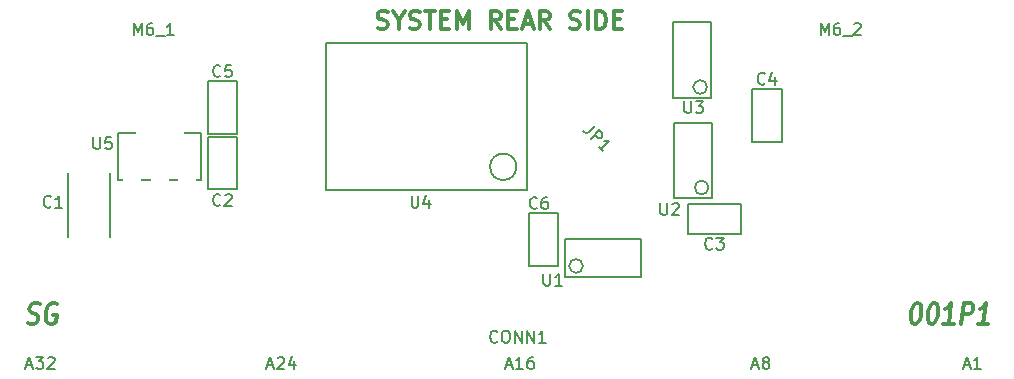
<source format=gto>
G04 #@! TF.FileFunction,Legend,Top*
%FSLAX46Y46*%
G04 Gerber Fmt 4.6, Leading zero omitted, Abs format (unit mm)*
G04 Created by KiCad (PCBNEW 4.0.7) date 07/02/21 11:45:22*
%MOMM*%
%LPD*%
G01*
G04 APERTURE LIST*
%ADD10C,0.200000*%
%ADD11C,0.300000*%
%ADD12C,0.150000*%
%ADD13R,3.200000X2.600000*%
%ADD14R,1.700000X1.600000*%
%ADD15R,1.600000X1.700000*%
%ADD16R,1.800000X6.200000*%
%ADD17R,0.450000X2.000000*%
%ADD18R,2.000000X0.450000*%
%ADD19O,2.400000X0.403200*%
%ADD20R,1.500000X2.700000*%
%ADD21R,4.050000X2.800000*%
%ADD22C,6.300000*%
%ADD23C,0.254000*%
G04 APERTURE END LIST*
D10*
D11*
X76574679Y-26086286D02*
X76717536Y-26086286D01*
X76849679Y-26172000D01*
X76910394Y-26257714D01*
X76960394Y-26429143D01*
X76988965Y-26772000D01*
X76935394Y-27200571D01*
X76821108Y-27543429D01*
X76728251Y-27714857D01*
X76646108Y-27800571D01*
X76492536Y-27886286D01*
X76349679Y-27886286D01*
X76217537Y-27800571D01*
X76156822Y-27714857D01*
X76106822Y-27543429D01*
X76078251Y-27200571D01*
X76131822Y-26772000D01*
X76246108Y-26429143D01*
X76338965Y-26257714D01*
X76421108Y-26172000D01*
X76574679Y-26086286D01*
X78003250Y-26086286D02*
X78146107Y-26086286D01*
X78278250Y-26172000D01*
X78338965Y-26257714D01*
X78388965Y-26429143D01*
X78417536Y-26772000D01*
X78363965Y-27200571D01*
X78249679Y-27543429D01*
X78156822Y-27714857D01*
X78074679Y-27800571D01*
X77921107Y-27886286D01*
X77778250Y-27886286D01*
X77646108Y-27800571D01*
X77585393Y-27714857D01*
X77535393Y-27543429D01*
X77506822Y-27200571D01*
X77560393Y-26772000D01*
X77674679Y-26429143D01*
X77767536Y-26257714D01*
X77849679Y-26172000D01*
X78003250Y-26086286D01*
X79706821Y-27886286D02*
X78849678Y-27886286D01*
X79278250Y-27886286D02*
X79503250Y-26086286D01*
X79328250Y-26343429D01*
X79163964Y-26514857D01*
X79010393Y-26600571D01*
X80349678Y-27886286D02*
X80574678Y-26086286D01*
X81146106Y-26086286D01*
X81278250Y-26172000D01*
X81338964Y-26257714D01*
X81388964Y-26429143D01*
X81356821Y-26686286D01*
X81263964Y-26857714D01*
X81181821Y-26943429D01*
X81028249Y-27029143D01*
X80456821Y-27029143D01*
X82635392Y-27886286D02*
X81778249Y-27886286D01*
X82206821Y-27886286D02*
X82431821Y-26086286D01*
X82256821Y-26343429D01*
X82092535Y-26514857D01*
X81938964Y-26600571D01*
X1311108Y-27800571D02*
X1514679Y-27886286D01*
X1871822Y-27886286D01*
X2025394Y-27800571D01*
X2107537Y-27714857D01*
X2200393Y-27543429D01*
X2221822Y-27372000D01*
X2171823Y-27200571D01*
X2111108Y-27114857D01*
X1978965Y-27029143D01*
X1703965Y-26943429D01*
X1571822Y-26857714D01*
X1511108Y-26772000D01*
X1461108Y-26600571D01*
X1482536Y-26429143D01*
X1575394Y-26257714D01*
X1657536Y-26172000D01*
X1811108Y-26086286D01*
X2168250Y-26086286D01*
X2371822Y-26172000D01*
X3800393Y-26172000D02*
X3668250Y-26086286D01*
X3453964Y-26086286D01*
X3228965Y-26172000D01*
X3064678Y-26343429D01*
X2971822Y-26514857D01*
X2857536Y-26857714D01*
X2825393Y-27114857D01*
X2853965Y-27457714D01*
X2903964Y-27629143D01*
X3025394Y-27800571D01*
X3228964Y-27886286D01*
X3371821Y-27886286D01*
X3596822Y-27800571D01*
X3678965Y-27714857D01*
X3753965Y-27114857D01*
X3468250Y-27114857D01*
D10*
X1209524Y-31366667D02*
X1685715Y-31366667D01*
X1114286Y-31652381D02*
X1447619Y-30652381D01*
X1780953Y-31652381D01*
X2019048Y-30652381D02*
X2638096Y-30652381D01*
X2304762Y-31033333D01*
X2447620Y-31033333D01*
X2542858Y-31080952D01*
X2590477Y-31128571D01*
X2638096Y-31223810D01*
X2638096Y-31461905D01*
X2590477Y-31557143D01*
X2542858Y-31604762D01*
X2447620Y-31652381D01*
X2161905Y-31652381D01*
X2066667Y-31604762D01*
X2019048Y-31557143D01*
X3019048Y-30747619D02*
X3066667Y-30700000D01*
X3161905Y-30652381D01*
X3400001Y-30652381D01*
X3495239Y-30700000D01*
X3542858Y-30747619D01*
X3590477Y-30842857D01*
X3590477Y-30938095D01*
X3542858Y-31080952D01*
X2971429Y-31652381D01*
X3590477Y-31652381D01*
X21609524Y-31366667D02*
X22085715Y-31366667D01*
X21514286Y-31652381D02*
X21847619Y-30652381D01*
X22180953Y-31652381D01*
X22466667Y-30747619D02*
X22514286Y-30700000D01*
X22609524Y-30652381D01*
X22847620Y-30652381D01*
X22942858Y-30700000D01*
X22990477Y-30747619D01*
X23038096Y-30842857D01*
X23038096Y-30938095D01*
X22990477Y-31080952D01*
X22419048Y-31652381D01*
X23038096Y-31652381D01*
X23895239Y-30985714D02*
X23895239Y-31652381D01*
X23657143Y-30604762D02*
X23419048Y-31319048D01*
X24038096Y-31319048D01*
X41809524Y-31366667D02*
X42285715Y-31366667D01*
X41714286Y-31652381D02*
X42047619Y-30652381D01*
X42380953Y-31652381D01*
X43238096Y-31652381D02*
X42666667Y-31652381D01*
X42952381Y-31652381D02*
X42952381Y-30652381D01*
X42857143Y-30795238D01*
X42761905Y-30890476D01*
X42666667Y-30938095D01*
X44095239Y-30652381D02*
X43904762Y-30652381D01*
X43809524Y-30700000D01*
X43761905Y-30747619D01*
X43666667Y-30890476D01*
X43619048Y-31080952D01*
X43619048Y-31461905D01*
X43666667Y-31557143D01*
X43714286Y-31604762D01*
X43809524Y-31652381D01*
X44000001Y-31652381D01*
X44095239Y-31604762D01*
X44142858Y-31557143D01*
X44190477Y-31461905D01*
X44190477Y-31223810D01*
X44142858Y-31128571D01*
X44095239Y-31080952D01*
X44000001Y-31033333D01*
X43809524Y-31033333D01*
X43714286Y-31080952D01*
X43666667Y-31128571D01*
X43619048Y-31223810D01*
X62685714Y-31366667D02*
X63161905Y-31366667D01*
X62590476Y-31652381D02*
X62923809Y-30652381D01*
X63257143Y-31652381D01*
X63733333Y-31080952D02*
X63638095Y-31033333D01*
X63590476Y-30985714D01*
X63542857Y-30890476D01*
X63542857Y-30842857D01*
X63590476Y-30747619D01*
X63638095Y-30700000D01*
X63733333Y-30652381D01*
X63923810Y-30652381D01*
X64019048Y-30700000D01*
X64066667Y-30747619D01*
X64114286Y-30842857D01*
X64114286Y-30890476D01*
X64066667Y-30985714D01*
X64019048Y-31033333D01*
X63923810Y-31080952D01*
X63733333Y-31080952D01*
X63638095Y-31128571D01*
X63590476Y-31176190D01*
X63542857Y-31271429D01*
X63542857Y-31461905D01*
X63590476Y-31557143D01*
X63638095Y-31604762D01*
X63733333Y-31652381D01*
X63923810Y-31652381D01*
X64019048Y-31604762D01*
X64066667Y-31557143D01*
X64114286Y-31461905D01*
X64114286Y-31271429D01*
X64066667Y-31176190D01*
X64019048Y-31128571D01*
X63923810Y-31080952D01*
X80585714Y-31366667D02*
X81061905Y-31366667D01*
X80490476Y-31652381D02*
X80823809Y-30652381D01*
X81157143Y-31652381D01*
X82014286Y-31652381D02*
X81442857Y-31652381D01*
X81728571Y-31652381D02*
X81728571Y-30652381D01*
X81633333Y-30795238D01*
X81538095Y-30890476D01*
X81442857Y-30938095D01*
D11*
X30939858Y-2787143D02*
X31154144Y-2858571D01*
X31511287Y-2858571D01*
X31654144Y-2787143D01*
X31725573Y-2715714D01*
X31797001Y-2572857D01*
X31797001Y-2430000D01*
X31725573Y-2287143D01*
X31654144Y-2215714D01*
X31511287Y-2144286D01*
X31225573Y-2072857D01*
X31082715Y-2001429D01*
X31011287Y-1930000D01*
X30939858Y-1787143D01*
X30939858Y-1644286D01*
X31011287Y-1501429D01*
X31082715Y-1430000D01*
X31225573Y-1358571D01*
X31582715Y-1358571D01*
X31797001Y-1430000D01*
X32725572Y-2144286D02*
X32725572Y-2858571D01*
X32225572Y-1358571D02*
X32725572Y-2144286D01*
X33225572Y-1358571D01*
X33654143Y-2787143D02*
X33868429Y-2858571D01*
X34225572Y-2858571D01*
X34368429Y-2787143D01*
X34439858Y-2715714D01*
X34511286Y-2572857D01*
X34511286Y-2430000D01*
X34439858Y-2287143D01*
X34368429Y-2215714D01*
X34225572Y-2144286D01*
X33939858Y-2072857D01*
X33797000Y-2001429D01*
X33725572Y-1930000D01*
X33654143Y-1787143D01*
X33654143Y-1644286D01*
X33725572Y-1501429D01*
X33797000Y-1430000D01*
X33939858Y-1358571D01*
X34297000Y-1358571D01*
X34511286Y-1430000D01*
X34939857Y-1358571D02*
X35797000Y-1358571D01*
X35368429Y-2858571D02*
X35368429Y-1358571D01*
X36297000Y-2072857D02*
X36797000Y-2072857D01*
X37011286Y-2858571D02*
X36297000Y-2858571D01*
X36297000Y-1358571D01*
X37011286Y-1358571D01*
X37654143Y-2858571D02*
X37654143Y-1358571D01*
X38154143Y-2430000D01*
X38654143Y-1358571D01*
X38654143Y-2858571D01*
X41368429Y-2858571D02*
X40868429Y-2144286D01*
X40511286Y-2858571D02*
X40511286Y-1358571D01*
X41082714Y-1358571D01*
X41225572Y-1430000D01*
X41297000Y-1501429D01*
X41368429Y-1644286D01*
X41368429Y-1858571D01*
X41297000Y-2001429D01*
X41225572Y-2072857D01*
X41082714Y-2144286D01*
X40511286Y-2144286D01*
X42011286Y-2072857D02*
X42511286Y-2072857D01*
X42725572Y-2858571D02*
X42011286Y-2858571D01*
X42011286Y-1358571D01*
X42725572Y-1358571D01*
X43297000Y-2430000D02*
X44011286Y-2430000D01*
X43154143Y-2858571D02*
X43654143Y-1358571D01*
X44154143Y-2858571D01*
X45511286Y-2858571D02*
X45011286Y-2144286D01*
X44654143Y-2858571D02*
X44654143Y-1358571D01*
X45225571Y-1358571D01*
X45368429Y-1430000D01*
X45439857Y-1501429D01*
X45511286Y-1644286D01*
X45511286Y-1858571D01*
X45439857Y-2001429D01*
X45368429Y-2072857D01*
X45225571Y-2144286D01*
X44654143Y-2144286D01*
X47225571Y-2787143D02*
X47439857Y-2858571D01*
X47797000Y-2858571D01*
X47939857Y-2787143D01*
X48011286Y-2715714D01*
X48082714Y-2572857D01*
X48082714Y-2430000D01*
X48011286Y-2287143D01*
X47939857Y-2215714D01*
X47797000Y-2144286D01*
X47511286Y-2072857D01*
X47368428Y-2001429D01*
X47297000Y-1930000D01*
X47225571Y-1787143D01*
X47225571Y-1644286D01*
X47297000Y-1501429D01*
X47368428Y-1430000D01*
X47511286Y-1358571D01*
X47868428Y-1358571D01*
X48082714Y-1430000D01*
X48725571Y-2858571D02*
X48725571Y-1358571D01*
X49439857Y-2858571D02*
X49439857Y-1358571D01*
X49797000Y-1358571D01*
X50011285Y-1430000D01*
X50154143Y-1572857D01*
X50225571Y-1715714D01*
X50297000Y-2001429D01*
X50297000Y-2215714D01*
X50225571Y-2501429D01*
X50154143Y-2644286D01*
X50011285Y-2787143D01*
X49797000Y-2858571D01*
X49439857Y-2858571D01*
X50939857Y-2072857D02*
X51439857Y-2072857D01*
X51654143Y-2858571D02*
X50939857Y-2858571D01*
X50939857Y-1358571D01*
X51654143Y-1358571D01*
D12*
X8299000Y-20468000D02*
X8299000Y-15068000D01*
X4699000Y-20468000D02*
X4699000Y-15068000D01*
X16544700Y-16467500D02*
X16544700Y-12009800D01*
X16544700Y-12009800D02*
X19059300Y-12009800D01*
X19059300Y-12009800D02*
X19059300Y-16467500D01*
X19059300Y-16467500D02*
X16544700Y-16467500D01*
X61680500Y-20201300D02*
X57222800Y-20201300D01*
X57222800Y-20201300D02*
X57222800Y-17686700D01*
X57222800Y-17686700D02*
X61680500Y-17686700D01*
X61680500Y-17686700D02*
X61680500Y-20201300D01*
X65160300Y-7958500D02*
X65160300Y-12416200D01*
X65160300Y-12416200D02*
X62645700Y-12416200D01*
X62645700Y-12416200D02*
X62645700Y-7958500D01*
X62645700Y-7958500D02*
X65160300Y-7958500D01*
X16544700Y-11768500D02*
X16544700Y-7310800D01*
X16544700Y-7310800D02*
X19059300Y-7310800D01*
X19059300Y-7310800D02*
X19059300Y-11768500D01*
X19059300Y-11768500D02*
X16544700Y-11768500D01*
X46237300Y-18499500D02*
X46237300Y-22957200D01*
X46237300Y-22957200D02*
X43722700Y-22957200D01*
X43722700Y-22957200D02*
X43722700Y-18499500D01*
X43722700Y-18499500D02*
X46237300Y-18499500D01*
X48322095Y-22940000D02*
G75*
G03X48322095Y-22940000I-583095J0D01*
G01*
X46839000Y-23840000D02*
X46839000Y-20640000D01*
X46839000Y-20640000D02*
X53239000Y-20640000D01*
X53239000Y-20640000D02*
X53239000Y-23840000D01*
X53239000Y-23840000D02*
X46839000Y-23840000D01*
X58957095Y-16312000D02*
G75*
G03X58957095Y-16312000I-583095J0D01*
G01*
X59274000Y-17212000D02*
X56074000Y-17212000D01*
X56074000Y-17212000D02*
X56074000Y-10812000D01*
X56074000Y-10812000D02*
X59274000Y-10812000D01*
X59274000Y-10812000D02*
X59274000Y-17212000D01*
X58830095Y-7803000D02*
G75*
G03X58830095Y-7803000I-583095J0D01*
G01*
X59147000Y-8703000D02*
X55947000Y-8703000D01*
X55947000Y-8703000D02*
X55947000Y-2303000D01*
X55947000Y-2303000D02*
X59147000Y-2303000D01*
X59147000Y-2303000D02*
X59147000Y-8703000D01*
X42692034Y-14554000D02*
G75*
G03X42692034Y-14554000I-1118034J0D01*
G01*
X43574000Y-16554000D02*
X26574000Y-16554000D01*
X26574000Y-16554000D02*
X26574000Y-4054000D01*
X26574000Y-4054000D02*
X43574000Y-4054000D01*
X43574000Y-4054000D02*
X43574000Y-16554000D01*
X8988200Y-11730400D02*
X15985900Y-11730400D01*
X15985900Y-11730400D02*
X15985900Y-15629300D01*
X15985900Y-15629300D02*
X8988200Y-15629300D01*
X8988200Y-15629300D02*
X8988200Y-11730400D01*
X3284334Y-17904143D02*
X3236715Y-17951762D01*
X3093858Y-17999381D01*
X2998620Y-17999381D01*
X2855762Y-17951762D01*
X2760524Y-17856524D01*
X2712905Y-17761286D01*
X2665286Y-17570810D01*
X2665286Y-17427952D01*
X2712905Y-17237476D01*
X2760524Y-17142238D01*
X2855762Y-17047000D01*
X2998620Y-16999381D01*
X3093858Y-16999381D01*
X3236715Y-17047000D01*
X3284334Y-17094619D01*
X4236715Y-17999381D02*
X3665286Y-17999381D01*
X3951000Y-17999381D02*
X3951000Y-16999381D01*
X3855762Y-17142238D01*
X3760524Y-17237476D01*
X3665286Y-17285095D01*
X17635334Y-17777143D02*
X17587715Y-17824762D01*
X17444858Y-17872381D01*
X17349620Y-17872381D01*
X17206762Y-17824762D01*
X17111524Y-17729524D01*
X17063905Y-17634286D01*
X17016286Y-17443810D01*
X17016286Y-17300952D01*
X17063905Y-17110476D01*
X17111524Y-17015238D01*
X17206762Y-16920000D01*
X17349620Y-16872381D01*
X17444858Y-16872381D01*
X17587715Y-16920000D01*
X17635334Y-16967619D01*
X18016286Y-16967619D02*
X18063905Y-16920000D01*
X18159143Y-16872381D01*
X18397239Y-16872381D01*
X18492477Y-16920000D01*
X18540096Y-16967619D01*
X18587715Y-17062857D01*
X18587715Y-17158095D01*
X18540096Y-17300952D01*
X17968667Y-17872381D01*
X18587715Y-17872381D01*
X59291334Y-21460143D02*
X59243715Y-21507762D01*
X59100858Y-21555381D01*
X59005620Y-21555381D01*
X58862762Y-21507762D01*
X58767524Y-21412524D01*
X58719905Y-21317286D01*
X58672286Y-21126810D01*
X58672286Y-20983952D01*
X58719905Y-20793476D01*
X58767524Y-20698238D01*
X58862762Y-20603000D01*
X59005620Y-20555381D01*
X59100858Y-20555381D01*
X59243715Y-20603000D01*
X59291334Y-20650619D01*
X59624667Y-20555381D02*
X60243715Y-20555381D01*
X59910381Y-20936333D01*
X60053239Y-20936333D01*
X60148477Y-20983952D01*
X60196096Y-21031571D01*
X60243715Y-21126810D01*
X60243715Y-21364905D01*
X60196096Y-21460143D01*
X60148477Y-21507762D01*
X60053239Y-21555381D01*
X59767524Y-21555381D01*
X59672286Y-21507762D01*
X59624667Y-21460143D01*
X63736334Y-7490143D02*
X63688715Y-7537762D01*
X63545858Y-7585381D01*
X63450620Y-7585381D01*
X63307762Y-7537762D01*
X63212524Y-7442524D01*
X63164905Y-7347286D01*
X63117286Y-7156810D01*
X63117286Y-7013952D01*
X63164905Y-6823476D01*
X63212524Y-6728238D01*
X63307762Y-6633000D01*
X63450620Y-6585381D01*
X63545858Y-6585381D01*
X63688715Y-6633000D01*
X63736334Y-6680619D01*
X64593477Y-6918714D02*
X64593477Y-7585381D01*
X64355381Y-6537762D02*
X64117286Y-7252048D01*
X64736334Y-7252048D01*
X17635334Y-6855143D02*
X17587715Y-6902762D01*
X17444858Y-6950381D01*
X17349620Y-6950381D01*
X17206762Y-6902762D01*
X17111524Y-6807524D01*
X17063905Y-6712286D01*
X17016286Y-6521810D01*
X17016286Y-6378952D01*
X17063905Y-6188476D01*
X17111524Y-6093238D01*
X17206762Y-5998000D01*
X17349620Y-5950381D01*
X17444858Y-5950381D01*
X17587715Y-5998000D01*
X17635334Y-6045619D01*
X18540096Y-5950381D02*
X18063905Y-5950381D01*
X18016286Y-6426571D01*
X18063905Y-6378952D01*
X18159143Y-6331333D01*
X18397239Y-6331333D01*
X18492477Y-6378952D01*
X18540096Y-6426571D01*
X18587715Y-6521810D01*
X18587715Y-6759905D01*
X18540096Y-6855143D01*
X18492477Y-6902762D01*
X18397239Y-6950381D01*
X18159143Y-6950381D01*
X18063905Y-6902762D01*
X18016286Y-6855143D01*
X44432334Y-18031143D02*
X44384715Y-18078762D01*
X44241858Y-18126381D01*
X44146620Y-18126381D01*
X44003762Y-18078762D01*
X43908524Y-17983524D01*
X43860905Y-17888286D01*
X43813286Y-17697810D01*
X43813286Y-17554952D01*
X43860905Y-17364476D01*
X43908524Y-17269238D01*
X44003762Y-17174000D01*
X44146620Y-17126381D01*
X44241858Y-17126381D01*
X44384715Y-17174000D01*
X44432334Y-17221619D01*
X45289477Y-17126381D02*
X45099000Y-17126381D01*
X45003762Y-17174000D01*
X44956143Y-17221619D01*
X44860905Y-17364476D01*
X44813286Y-17554952D01*
X44813286Y-17935905D01*
X44860905Y-18031143D01*
X44908524Y-18078762D01*
X45003762Y-18126381D01*
X45194239Y-18126381D01*
X45289477Y-18078762D01*
X45337096Y-18031143D01*
X45384715Y-17935905D01*
X45384715Y-17697810D01*
X45337096Y-17602571D01*
X45289477Y-17554952D01*
X45194239Y-17507333D01*
X45003762Y-17507333D01*
X44908524Y-17554952D01*
X44860905Y-17602571D01*
X44813286Y-17697810D01*
X41082905Y-29334143D02*
X41035286Y-29381762D01*
X40892429Y-29429381D01*
X40797191Y-29429381D01*
X40654333Y-29381762D01*
X40559095Y-29286524D01*
X40511476Y-29191286D01*
X40463857Y-29000810D01*
X40463857Y-28857952D01*
X40511476Y-28667476D01*
X40559095Y-28572238D01*
X40654333Y-28477000D01*
X40797191Y-28429381D01*
X40892429Y-28429381D01*
X41035286Y-28477000D01*
X41082905Y-28524619D01*
X41701952Y-28429381D02*
X41892429Y-28429381D01*
X41987667Y-28477000D01*
X42082905Y-28572238D01*
X42130524Y-28762714D01*
X42130524Y-29096048D01*
X42082905Y-29286524D01*
X41987667Y-29381762D01*
X41892429Y-29429381D01*
X41701952Y-29429381D01*
X41606714Y-29381762D01*
X41511476Y-29286524D01*
X41463857Y-29096048D01*
X41463857Y-28762714D01*
X41511476Y-28572238D01*
X41606714Y-28477000D01*
X41701952Y-28429381D01*
X42559095Y-29429381D02*
X42559095Y-28429381D01*
X43130524Y-29429381D01*
X43130524Y-28429381D01*
X43606714Y-29429381D02*
X43606714Y-28429381D01*
X44178143Y-29429381D01*
X44178143Y-28429381D01*
X45178143Y-29429381D02*
X44606714Y-29429381D01*
X44892428Y-29429381D02*
X44892428Y-28429381D01*
X44797190Y-28572238D01*
X44701952Y-28667476D01*
X44606714Y-28715095D01*
X44980095Y-23603381D02*
X44980095Y-24412905D01*
X45027714Y-24508143D01*
X45075333Y-24555762D01*
X45170571Y-24603381D01*
X45361048Y-24603381D01*
X45456286Y-24555762D01*
X45503905Y-24508143D01*
X45551524Y-24412905D01*
X45551524Y-23603381D01*
X46551524Y-24603381D02*
X45980095Y-24603381D01*
X46265809Y-24603381D02*
X46265809Y-23603381D01*
X46170571Y-23746238D01*
X46075333Y-23841476D01*
X45980095Y-23889095D01*
X54886095Y-17634381D02*
X54886095Y-18443905D01*
X54933714Y-18539143D01*
X54981333Y-18586762D01*
X55076571Y-18634381D01*
X55267048Y-18634381D01*
X55362286Y-18586762D01*
X55409905Y-18539143D01*
X55457524Y-18443905D01*
X55457524Y-17634381D01*
X55886095Y-17729619D02*
X55933714Y-17682000D01*
X56028952Y-17634381D01*
X56267048Y-17634381D01*
X56362286Y-17682000D01*
X56409905Y-17729619D01*
X56457524Y-17824857D01*
X56457524Y-17920095D01*
X56409905Y-18062952D01*
X55838476Y-18634381D01*
X56457524Y-18634381D01*
X56918095Y-8998381D02*
X56918095Y-9807905D01*
X56965714Y-9903143D01*
X57013333Y-9950762D01*
X57108571Y-9998381D01*
X57299048Y-9998381D01*
X57394286Y-9950762D01*
X57441905Y-9903143D01*
X57489524Y-9807905D01*
X57489524Y-8998381D01*
X57870476Y-8998381D02*
X58489524Y-8998381D01*
X58156190Y-9379333D01*
X58299048Y-9379333D01*
X58394286Y-9426952D01*
X58441905Y-9474571D01*
X58489524Y-9569810D01*
X58489524Y-9807905D01*
X58441905Y-9903143D01*
X58394286Y-9950762D01*
X58299048Y-9998381D01*
X58013333Y-9998381D01*
X57918095Y-9950762D01*
X57870476Y-9903143D01*
X33812095Y-17006381D02*
X33812095Y-17815905D01*
X33859714Y-17911143D01*
X33907333Y-17958762D01*
X34002571Y-18006381D01*
X34193048Y-18006381D01*
X34288286Y-17958762D01*
X34335905Y-17911143D01*
X34383524Y-17815905D01*
X34383524Y-17006381D01*
X35288286Y-17339714D02*
X35288286Y-18006381D01*
X35050190Y-16958762D02*
X34812095Y-17673048D01*
X35431143Y-17673048D01*
X6880095Y-12046381D02*
X6880095Y-12855905D01*
X6927714Y-12951143D01*
X6975333Y-12998762D01*
X7070571Y-13046381D01*
X7261048Y-13046381D01*
X7356286Y-12998762D01*
X7403905Y-12951143D01*
X7451524Y-12855905D01*
X7451524Y-12046381D01*
X8403905Y-12046381D02*
X7927714Y-12046381D01*
X7880095Y-12522571D01*
X7927714Y-12474952D01*
X8022952Y-12427333D01*
X8261048Y-12427333D01*
X8356286Y-12474952D01*
X8403905Y-12522571D01*
X8451524Y-12617810D01*
X8451524Y-12855905D01*
X8403905Y-12951143D01*
X8356286Y-12998762D01*
X8261048Y-13046381D01*
X8022952Y-13046381D01*
X7927714Y-12998762D01*
X7880095Y-12951143D01*
X10293333Y-3394381D02*
X10293333Y-2394381D01*
X10626667Y-3108667D01*
X10960000Y-2394381D01*
X10960000Y-3394381D01*
X11864762Y-2394381D02*
X11674285Y-2394381D01*
X11579047Y-2442000D01*
X11531428Y-2489619D01*
X11436190Y-2632476D01*
X11388571Y-2822952D01*
X11388571Y-3203905D01*
X11436190Y-3299143D01*
X11483809Y-3346762D01*
X11579047Y-3394381D01*
X11769524Y-3394381D01*
X11864762Y-3346762D01*
X11912381Y-3299143D01*
X11960000Y-3203905D01*
X11960000Y-2965810D01*
X11912381Y-2870571D01*
X11864762Y-2822952D01*
X11769524Y-2775333D01*
X11579047Y-2775333D01*
X11483809Y-2822952D01*
X11436190Y-2870571D01*
X11388571Y-2965810D01*
X12150476Y-3489619D02*
X12912381Y-3489619D01*
X13674286Y-3394381D02*
X13102857Y-3394381D01*
X13388571Y-3394381D02*
X13388571Y-2394381D01*
X13293333Y-2537238D01*
X13198095Y-2632476D01*
X13102857Y-2680095D01*
X68459333Y-3394381D02*
X68459333Y-2394381D01*
X68792667Y-3108667D01*
X69126000Y-2394381D01*
X69126000Y-3394381D01*
X70030762Y-2394381D02*
X69840285Y-2394381D01*
X69745047Y-2442000D01*
X69697428Y-2489619D01*
X69602190Y-2632476D01*
X69554571Y-2822952D01*
X69554571Y-3203905D01*
X69602190Y-3299143D01*
X69649809Y-3346762D01*
X69745047Y-3394381D01*
X69935524Y-3394381D01*
X70030762Y-3346762D01*
X70078381Y-3299143D01*
X70126000Y-3203905D01*
X70126000Y-2965810D01*
X70078381Y-2870571D01*
X70030762Y-2822952D01*
X69935524Y-2775333D01*
X69745047Y-2775333D01*
X69649809Y-2822952D01*
X69602190Y-2870571D01*
X69554571Y-2965810D01*
X70316476Y-3489619D02*
X71078381Y-3489619D01*
X71268857Y-2489619D02*
X71316476Y-2442000D01*
X71411714Y-2394381D01*
X71649810Y-2394381D01*
X71745048Y-2442000D01*
X71792667Y-2489619D01*
X71840286Y-2584857D01*
X71840286Y-2680095D01*
X71792667Y-2822952D01*
X71221238Y-3394381D01*
X71840286Y-3394381D01*
X49340944Y-11118545D02*
X48835867Y-11623622D01*
X48701180Y-11690965D01*
X48566493Y-11690965D01*
X48431806Y-11623621D01*
X48364462Y-11556278D01*
X48970554Y-12162369D02*
X49677661Y-11455263D01*
X49947035Y-11724637D01*
X49980707Y-11825652D01*
X49980707Y-11892996D01*
X49947035Y-11994011D01*
X49846020Y-12095026D01*
X49745005Y-12128698D01*
X49677662Y-12128698D01*
X49576646Y-12095026D01*
X49307272Y-11825652D01*
X50048050Y-13239866D02*
X49643989Y-12835804D01*
X49846019Y-13037835D02*
X50553126Y-12330728D01*
X50384768Y-12364400D01*
X50250081Y-12364400D01*
X50149066Y-12330728D01*
%LPC*%
D13*
X6499000Y-20468000D03*
X6499000Y-15068000D03*
D14*
X17802000Y-15261000D03*
X17802000Y-13216300D03*
D15*
X60474000Y-18944000D03*
X58429300Y-18944000D03*
D14*
X63903000Y-9165000D03*
X63903000Y-11209700D03*
X17802000Y-10562000D03*
X17802000Y-8517300D03*
X44980000Y-19706000D03*
X44980000Y-21750700D03*
D16*
X81140000Y-36000000D03*
X78600000Y-36000000D03*
X76060000Y-36000000D03*
X73520000Y-36000000D03*
X70980000Y-36000000D03*
X68440000Y-36000000D03*
X65900000Y-36000000D03*
X63360000Y-36000000D03*
X60820000Y-36000000D03*
X58280000Y-36000000D03*
X55740000Y-36000000D03*
X53200000Y-36000000D03*
X50660000Y-36000000D03*
X48120000Y-36000000D03*
X45580000Y-36000000D03*
X43040000Y-36000000D03*
X40500000Y-36000000D03*
X37960000Y-36000000D03*
X35420000Y-36000000D03*
X32880000Y-36000000D03*
X30340000Y-36000000D03*
X27800000Y-36000000D03*
X25260000Y-36000000D03*
X22720000Y-36000000D03*
X20180000Y-36000000D03*
X17640000Y-36000000D03*
X15100000Y-36000000D03*
X12560000Y-36000000D03*
X10020000Y-36000000D03*
X7480000Y-36000000D03*
X4940000Y-36000000D03*
X2400000Y-36000000D03*
D17*
X47139000Y-25040000D03*
X47789000Y-25040000D03*
X48439000Y-25040000D03*
X49089000Y-25040000D03*
X49739000Y-25040000D03*
X50389000Y-25040000D03*
X51039000Y-25040000D03*
X51689000Y-25040000D03*
X52339000Y-25040000D03*
X52989000Y-25040000D03*
X52989000Y-19440000D03*
X52339000Y-19440000D03*
X51689000Y-19440000D03*
X51039000Y-19440000D03*
X50389000Y-19440000D03*
X49739000Y-19440000D03*
X49089000Y-19440000D03*
X48439000Y-19440000D03*
X47789000Y-19440000D03*
X47139000Y-19440000D03*
D18*
X60474000Y-16912000D03*
X60474000Y-16262000D03*
X60474000Y-15612000D03*
X60474000Y-14962000D03*
X60474000Y-14312000D03*
X60474000Y-13662000D03*
X60474000Y-13012000D03*
X60474000Y-12362000D03*
X60474000Y-11712000D03*
X60474000Y-11062000D03*
X54874000Y-11062000D03*
X54874000Y-11712000D03*
X54874000Y-12362000D03*
X54874000Y-13012000D03*
X54874000Y-13662000D03*
X54874000Y-14312000D03*
X54874000Y-14962000D03*
X54874000Y-15612000D03*
X54874000Y-16262000D03*
X54874000Y-16912000D03*
X60347000Y-8403000D03*
X60347000Y-7753000D03*
X60347000Y-7103000D03*
X60347000Y-6453000D03*
X60347000Y-5803000D03*
X60347000Y-5153000D03*
X60347000Y-4503000D03*
X60347000Y-3853000D03*
X60347000Y-3203000D03*
X60347000Y-2553000D03*
X54747000Y-2553000D03*
X54747000Y-3203000D03*
X54747000Y-3853000D03*
X54747000Y-4503000D03*
X54747000Y-5153000D03*
X54747000Y-5803000D03*
X54747000Y-6453000D03*
X54747000Y-7103000D03*
X54747000Y-7753000D03*
X54747000Y-8403000D03*
D19*
X45074000Y-16054000D03*
X45074000Y-15554000D03*
X45074000Y-15054000D03*
X45074000Y-14554000D03*
X45074000Y-14054000D03*
X45074000Y-13554000D03*
X45074000Y-13054000D03*
X45074000Y-12554000D03*
X45074000Y-12054000D03*
X45074000Y-11554000D03*
X45074000Y-11054000D03*
X45074000Y-10554000D03*
X45074000Y-10054000D03*
X45074000Y-9554000D03*
X45074000Y-9054000D03*
X45074000Y-8554000D03*
X45074000Y-8054000D03*
X45074000Y-7554000D03*
X45074000Y-7054000D03*
X45074000Y-6554000D03*
X45074000Y-6054000D03*
X45074000Y-5554000D03*
X45074000Y-5054000D03*
X45074000Y-4554000D03*
X25074000Y-4554000D03*
X25074000Y-5054000D03*
X25074000Y-5554000D03*
X25074000Y-6054000D03*
X25074000Y-6554000D03*
X25074000Y-7054000D03*
X25074000Y-7554000D03*
X25074000Y-8054000D03*
X25074000Y-8554000D03*
X25074000Y-9054000D03*
X25074000Y-9554000D03*
X25074000Y-10054000D03*
X25074000Y-10554000D03*
X25074000Y-11054000D03*
X25074000Y-11554000D03*
X25074000Y-12054000D03*
X25074000Y-12554000D03*
X25074000Y-13054000D03*
X25074000Y-13554000D03*
X25074000Y-14054000D03*
X25074000Y-14554000D03*
X25074000Y-15054000D03*
X25074000Y-15554000D03*
X25074000Y-16054000D03*
D20*
X10182000Y-16785000D03*
X12480700Y-16785000D03*
X14779400Y-16785000D03*
D21*
X12480700Y-10689000D03*
D22*
X6400000Y-6100000D03*
X75800000Y-6100000D03*
D10*
G36*
X51401251Y-11591565D02*
X50835565Y-12157251D01*
X50199169Y-11520855D01*
X50764855Y-10955169D01*
X51401251Y-11591565D01*
X51401251Y-11591565D01*
G37*
G36*
X50727732Y-10918046D02*
X50162046Y-11483732D01*
X49525650Y-10847336D01*
X50091336Y-10281650D01*
X50727732Y-10918046D01*
X50727732Y-10918046D01*
G37*
D23*
G36*
X83473000Y-39873000D02*
X127000Y-39873000D01*
X127000Y-32827000D01*
X83473000Y-32827000D01*
X83473000Y-39873000D01*
X83473000Y-39873000D01*
G37*
X83473000Y-39873000D02*
X127000Y-39873000D01*
X127000Y-32827000D01*
X83473000Y-32827000D01*
X83473000Y-39873000D01*
M02*

</source>
